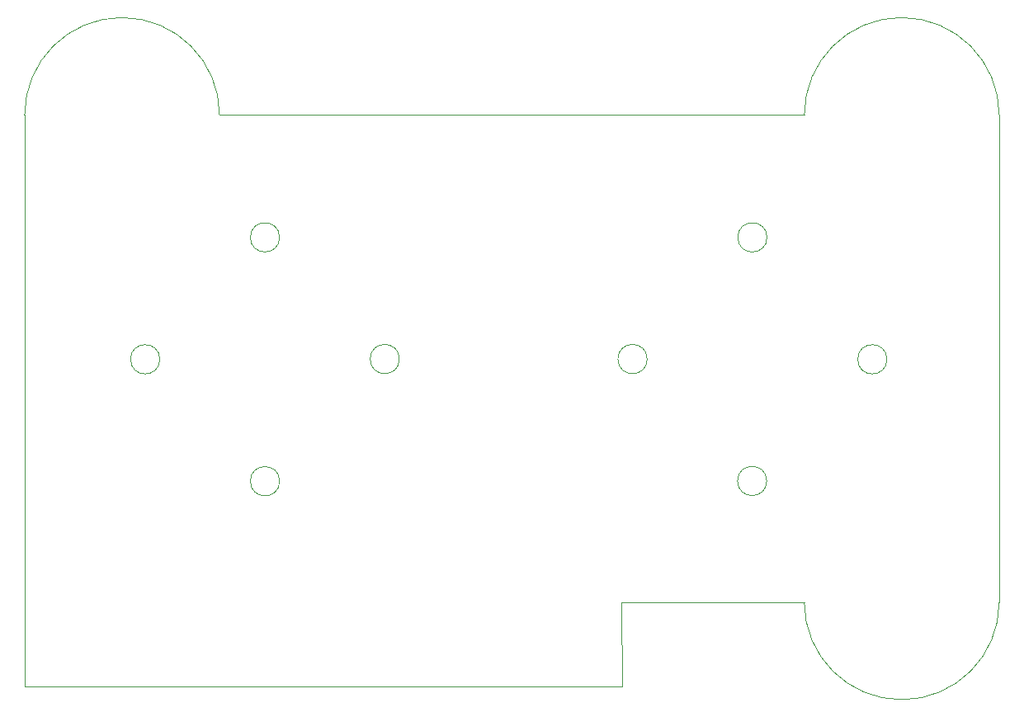
<source format=gbr>
G04 #@! TF.GenerationSoftware,KiCad,Pcbnew,(5.1.5)-3*
G04 #@! TF.CreationDate,2020-07-03T21:40:14-07:00*
G04 #@! TF.ProjectId,Sparkfun_buttons,53706172-6b66-4756-9e5f-627574746f6e,rev?*
G04 #@! TF.SameCoordinates,Original*
G04 #@! TF.FileFunction,Profile,NP*
%FSLAX46Y46*%
G04 Gerber Fmt 4.6, Leading zero omitted, Abs format (unit mm)*
G04 Created by KiCad (PCBNEW (5.1.5)-3) date 2020-07-03 21:40:14*
%MOMM*%
%LPD*%
G04 APERTURE LIST*
%ADD10C,0.050000*%
G04 APERTURE END LIST*
D10*
X156147900Y-68870700D02*
G75*
G03X156147900Y-68870700I-1500000J0D01*
G01*
X168481000Y-56388000D02*
G75*
G03X168481000Y-56388000I-1500000J0D01*
G01*
X156174700Y-43878500D02*
G75*
G03X156174700Y-43878500I-1500000J0D01*
G01*
X143878300Y-56362600D02*
G75*
G03X143878300Y-56362600I-1500000J0D01*
G01*
X106162100Y-68897500D02*
G75*
G03X106162100Y-68897500I-1500000J0D01*
G01*
X118455700Y-56362600D02*
G75*
G03X118455700Y-56362600I-1500000J0D01*
G01*
X93868500Y-56388000D02*
G75*
G03X93868500Y-56388000I-1500000J0D01*
G01*
X106160700Y-43877100D02*
G75*
G03X106160700Y-43877100I-1500000J0D01*
G01*
X141249400Y-81318200D02*
X160000000Y-81318200D01*
X141287500Y-90000000D02*
X141249400Y-81318200D01*
X80000000Y-90000000D02*
X141287500Y-90000000D01*
X160000000Y-81318200D02*
G75*
G03X180000000Y-81318200I10000000J0D01*
G01*
X100000000Y-31318200D02*
X160000000Y-31318200D01*
X80000000Y-31318200D02*
G75*
G02X100000000Y-31318200I10000000J0D01*
G01*
X80000000Y-31318200D02*
X80000000Y-90000000D01*
X160000000Y-31318200D02*
G75*
G02X180000000Y-31318200I10000000J0D01*
G01*
X180000000Y-31318200D02*
X180000000Y-81318200D01*
M02*

</source>
